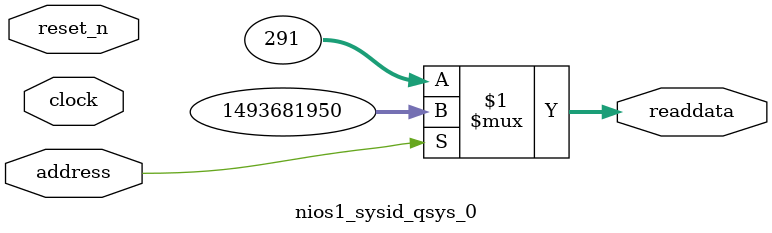
<source format=v>

`timescale 1ns / 1ps
// synthesis translate_on

// turn off superfluous verilog processor warnings 
// altera message_level Level1 
// altera message_off 10034 10035 10036 10037 10230 10240 10030 

module nios1_sysid_qsys_0 (
               // inputs:
                address,
                clock,
                reset_n,

               // outputs:
                readdata
             )
;

  output  [ 31: 0] readdata;
  input            address;
  input            clock;
  input            reset_n;

  wire    [ 31: 0] readdata;
  //control_slave, which is an e_avalon_slave
  assign readdata = address ? 1493681950 : 291;

endmodule




</source>
